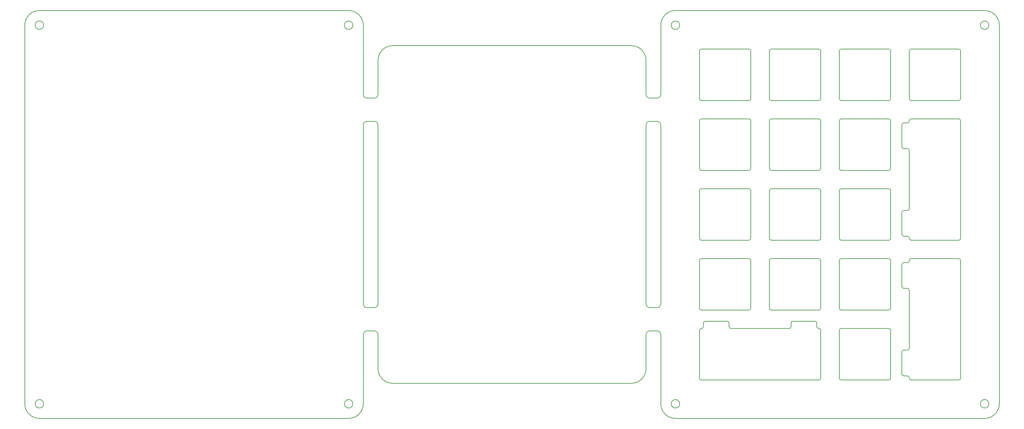
<source format=gm1>
G04 #@! TF.GenerationSoftware,KiCad,Pcbnew,(5.0.0)*
G04 #@! TF.CreationDate,2019-01-31T02:41:33-08:00*
G04 #@! TF.ProjectId,Soyuz,536F79757A2E6B696361645F70636200,rev?*
G04 #@! TF.SameCoordinates,Original*
G04 #@! TF.FileFunction,Profile,NP*
%FSLAX46Y46*%
G04 Gerber Fmt 4.6, Leading zero omitted, Abs format (unit mm)*
G04 Created by KiCad (PCBNEW (5.0.0)) date 01/31/19 02:41:33*
%MOMM*%
%LPD*%
G01*
G04 APERTURE LIST*
G04 #@! TA.AperFunction,NonConductor*
%ADD10C,0.200000*%
G04 #@! TD*
G04 APERTURE END LIST*
D10*
G04 #@! TO.C,O1*
X170839000Y-51675000D02*
G75*
G02X171339000Y-52175000I0J-500000D01*
G01*
X157339000Y-90275000D02*
G75*
G02X157839000Y-89775000I500000J0D01*
G01*
X119239000Y-33125000D02*
G75*
G02X119739000Y-32625000I500000J0D01*
G01*
X190389000Y-46125000D02*
X190389000Y-33125000D01*
X190389000Y-46125000D02*
G75*
G02X189889000Y-46625000I-500000J0D01*
G01*
X119239000Y-33125000D02*
X119239000Y-46125000D01*
X157839000Y-65675000D02*
G75*
G02X157339000Y-65175000I0J500000D01*
G01*
X170839000Y-89775000D02*
X157839000Y-89775000D01*
X176889000Y-46625000D02*
X189889000Y-46625000D01*
X176889000Y-46625000D02*
G75*
G02X176389000Y-46125000I0J500000D01*
G01*
X171339000Y-84225000D02*
X171339000Y-71225000D01*
X152289000Y-65175000D02*
G75*
G02X151789000Y-65675000I-500000J0D01*
G01*
X176389000Y-33125000D02*
G75*
G02X176889000Y-32625000I500000J0D01*
G01*
X171339000Y-84225000D02*
G75*
G02X170839000Y-84725000I-500000J0D01*
G01*
X157839000Y-84725000D02*
X170839000Y-84725000D01*
X157339000Y-71225000D02*
G75*
G02X157839000Y-70725000I500000J0D01*
G01*
X151789000Y-51675000D02*
X138789000Y-51675000D01*
X119739000Y-46625000D02*
X132739000Y-46625000D01*
X170839000Y-70725000D02*
G75*
G02X171339000Y-71225000I0J-500000D01*
G01*
X152289000Y-65175000D02*
X152289000Y-52175000D01*
X189889000Y-32625000D02*
G75*
G02X190389000Y-33125000I0J-500000D01*
G01*
X138289000Y-52175000D02*
G75*
G02X138789000Y-51675000I500000J0D01*
G01*
X138789000Y-65675000D02*
X151789000Y-65675000D01*
X138289000Y-52175000D02*
X138289000Y-65175000D01*
X170839000Y-89775000D02*
G75*
G02X171339000Y-90275000I0J-500000D01*
G01*
X132739000Y-32625000D02*
G75*
G02X133239000Y-33125000I0J-500000D01*
G01*
X157339000Y-71225000D02*
X157339000Y-84225000D01*
X133239000Y-46125000D02*
G75*
G02X132739000Y-46625000I-500000J0D01*
G01*
X176389000Y-33125000D02*
X176389000Y-46125000D01*
X157839000Y-65675000D02*
X170839000Y-65675000D01*
X151789000Y-51675000D02*
G75*
G02X152289000Y-52175000I0J-500000D01*
G01*
X132739000Y-32625000D02*
X119739000Y-32625000D01*
X170839000Y-108825000D02*
X157839000Y-108825000D01*
X171339000Y-103275000D02*
X171339000Y-90275000D01*
X171339000Y-65175000D02*
X171339000Y-52175000D01*
X171339000Y-103275000D02*
G75*
G02X170839000Y-103775000I-500000J0D01*
G01*
X189889000Y-32625000D02*
X176889000Y-32625000D01*
X170839000Y-70725000D02*
X157839000Y-70725000D01*
X138789000Y-65675000D02*
G75*
G02X138289000Y-65175000I0J500000D01*
G01*
X171339000Y-65175000D02*
G75*
G02X170839000Y-65675000I-500000J0D01*
G01*
X157839000Y-103775000D02*
X170839000Y-103775000D01*
X119739000Y-46625000D02*
G75*
G02X119239000Y-46125000I0J500000D01*
G01*
X133239000Y-46125000D02*
X133239000Y-33125000D01*
X157839000Y-84725000D02*
G75*
G02X157339000Y-84225000I0J500000D01*
G01*
X157839000Y-103775000D02*
G75*
G02X157339000Y-103275000I0J500000D01*
G01*
X157339000Y-90275000D02*
X157339000Y-103275000D01*
X138789000Y-46625000D02*
G75*
G02X138289000Y-46125000I0J500000D01*
G01*
X119239000Y-71225000D02*
G75*
G02X119739000Y-70725000I500000J0D01*
G01*
X151789000Y-70725000D02*
G75*
G02X152289000Y-71225000I0J-500000D01*
G01*
X152289000Y-84225000D02*
G75*
G02X151789000Y-84725000I-500000J0D01*
G01*
X138289000Y-71225000D02*
X138289000Y-84225000D01*
X170839000Y-108825000D02*
G75*
G02X171339000Y-109325000I0J-500000D01*
G01*
X138789000Y-84725000D02*
X151789000Y-84725000D01*
X138289000Y-33125000D02*
G75*
G02X138789000Y-32625000I500000J0D01*
G01*
X151789000Y-70725000D02*
X138789000Y-70725000D01*
X152289000Y-46125000D02*
X152289000Y-33125000D01*
X133239000Y-84225000D02*
X133239000Y-71225000D01*
X119739000Y-51675000D02*
X132739000Y-51675000D01*
X133239000Y-65175000D02*
G75*
G02X132739000Y-65675000I-500000J0D01*
G01*
X133239000Y-52175000D02*
X133239000Y-65175000D01*
X171339000Y-122325000D02*
G75*
G02X170839000Y-122825000I-500000J0D01*
G01*
X152289000Y-46125000D02*
G75*
G02X151789000Y-46625000I-500000J0D01*
G01*
X138789000Y-46625000D02*
X151789000Y-46625000D01*
X157839000Y-122825000D02*
X170839000Y-122825000D01*
X132739000Y-51675000D02*
G75*
G02X133239000Y-52175000I0J-500000D01*
G01*
X138289000Y-33125000D02*
X138289000Y-46125000D01*
X119739000Y-65675000D02*
G75*
G02X119239000Y-65175000I0J500000D01*
G01*
X157339000Y-109325000D02*
G75*
G02X157839000Y-108825000I500000J0D01*
G01*
X132739000Y-70725000D02*
G75*
G02X133239000Y-71225000I0J-500000D01*
G01*
X132739000Y-70725000D02*
X119739000Y-70725000D01*
X132739000Y-65675000D02*
X119739000Y-65675000D01*
X119239000Y-65175000D02*
X119239000Y-52175000D01*
X171339000Y-122325000D02*
X171339000Y-109325000D01*
X157339000Y-109325000D02*
X157339000Y-122325000D01*
X138789000Y-84725000D02*
G75*
G02X138289000Y-84225000I0J500000D01*
G01*
X151789000Y-32625000D02*
G75*
G02X152289000Y-33125000I0J-500000D01*
G01*
X119739000Y-84725000D02*
G75*
G02X119239000Y-84225000I0J500000D01*
G01*
X133239000Y-84225000D02*
G75*
G02X132739000Y-84725000I-500000J0D01*
G01*
X119239000Y-52175000D02*
G75*
G02X119739000Y-51675000I500000J0D01*
G01*
X119739000Y-84725000D02*
X132739000Y-84725000D01*
X157839000Y-122825000D02*
G75*
G02X157339000Y-122325000I0J500000D01*
G01*
X152289000Y-84225000D02*
X152289000Y-71225000D01*
X119239000Y-71225000D02*
X119239000Y-84225000D01*
X138289000Y-71225000D02*
G75*
G02X138789000Y-70725000I500000J0D01*
G01*
X151789000Y-32625000D02*
X138789000Y-32625000D01*
X189889000Y-89775000D02*
G75*
G02X190389000Y-90275000I0J-500000D01*
G01*
X190389000Y-122325000D02*
G75*
G02X189889000Y-122825000I-500000J0D01*
G01*
X127826000Y-108825000D02*
G75*
G02X127326000Y-108325000I0J500000D01*
G01*
X176389000Y-122238000D02*
X176389000Y-122325000D01*
X175889000Y-121738000D02*
G75*
G02X176389000Y-122238000I0J-500000D01*
G01*
X176889000Y-122825000D02*
G75*
G02X176389000Y-122325000I0J500000D01*
G01*
X176389000Y-90275000D02*
X176389000Y-90362000D01*
X176389000Y-90275000D02*
G75*
G02X176889000Y-89775000I500000J0D01*
G01*
X190389000Y-122325000D02*
X190389000Y-90275000D01*
X189889000Y-89775000D02*
X176889000Y-89775000D01*
X176889000Y-122825000D02*
X189889000Y-122825000D01*
X176389000Y-52262000D02*
G75*
G02X175889000Y-52762000I-500000J0D01*
G01*
X174889000Y-59762000D02*
G75*
G02X174389000Y-59262000I0J500000D01*
G01*
X174389000Y-53262000D02*
X174389000Y-59262000D01*
X174389000Y-53262000D02*
G75*
G02X174889000Y-52762000I500000J0D01*
G01*
X175889000Y-52762000D02*
X174889000Y-52762000D01*
X150702000Y-106825000D02*
G75*
G02X151202000Y-107325000I0J-500000D01*
G01*
X151789000Y-108825000D02*
X151702000Y-108825000D01*
X144202000Y-108325000D02*
G75*
G02X143702000Y-108825000I-500000J0D01*
G01*
X144202000Y-107325000D02*
X144202000Y-108325000D01*
X151702000Y-108825000D02*
G75*
G02X151202000Y-108325000I0J500000D01*
G01*
X152289000Y-122325000D02*
X152289000Y-109325000D01*
X144202000Y-107325000D02*
G75*
G02X144702000Y-106825000I500000J0D01*
G01*
X151202000Y-108325000D02*
X151202000Y-107325000D01*
X151789000Y-108825000D02*
G75*
G02X152289000Y-109325000I0J-500000D01*
G01*
X150702000Y-106825000D02*
X144702000Y-106825000D01*
X152289000Y-122325000D02*
G75*
G02X151789000Y-122825000I-500000J0D01*
G01*
X174889000Y-59762000D02*
X175889000Y-59762000D01*
X174889000Y-83638000D02*
X175889000Y-83638000D01*
X174889000Y-83638000D02*
G75*
G02X174389000Y-83138000I0J500000D01*
G01*
X176389000Y-76138000D02*
G75*
G02X175889000Y-76638000I-500000J0D01*
G01*
X174389000Y-77138000D02*
X174389000Y-83138000D01*
X176389000Y-60262000D02*
X176389000Y-76138000D01*
X176389000Y-84138000D02*
X176389000Y-84225000D01*
X175889000Y-83638000D02*
G75*
G02X176389000Y-84138000I0J-500000D01*
G01*
X174389000Y-77138000D02*
G75*
G02X174889000Y-76638000I500000J0D01*
G01*
X175889000Y-76638000D02*
X174889000Y-76638000D01*
X175889000Y-59762000D02*
G75*
G02X176389000Y-60262000I0J-500000D01*
G01*
X176889000Y-84725000D02*
G75*
G02X176389000Y-84225000I0J500000D01*
G01*
X190389000Y-84225000D02*
X190389000Y-52175000D01*
X190389000Y-84225000D02*
G75*
G02X189889000Y-84725000I-500000J0D01*
G01*
X176389000Y-52175000D02*
G75*
G02X176889000Y-51675000I500000J0D01*
G01*
X174389000Y-91362000D02*
G75*
G02X174889000Y-90862000I500000J0D01*
G01*
X175889000Y-90862000D02*
X174889000Y-90862000D01*
X176389000Y-90362000D02*
G75*
G02X175889000Y-90862000I-500000J0D01*
G01*
X176389000Y-52175000D02*
X176389000Y-52262000D01*
X189889000Y-51675000D02*
X176889000Y-51675000D01*
X189889000Y-51675000D02*
G75*
G02X190389000Y-52175000I0J-500000D01*
G01*
X176889000Y-84725000D02*
X189889000Y-84725000D01*
X126826000Y-106825000D02*
G75*
G02X127326000Y-107325000I0J-500000D01*
G01*
X120326000Y-107325000D02*
G75*
G02X120826000Y-106825000I500000J0D01*
G01*
X127326000Y-108325000D02*
X127326000Y-107325000D01*
X119239000Y-109325000D02*
G75*
G02X119739000Y-108825000I500000J0D01*
G01*
X119739000Y-122825000D02*
X151789000Y-122825000D01*
X119739000Y-122825000D02*
G75*
G02X119239000Y-122325000I0J500000D01*
G01*
X119239000Y-109325000D02*
X119239000Y-122325000D01*
X119826000Y-108825000D02*
X119739000Y-108825000D01*
X120326000Y-108325000D02*
G75*
G02X119826000Y-108825000I-500000J0D01*
G01*
X126826000Y-106825000D02*
X120826000Y-106825000D01*
X120326000Y-107325000D02*
X120326000Y-108325000D01*
X108714000Y-129350000D02*
X108714000Y-110475000D01*
X104714000Y-35687500D02*
X104714000Y-44975000D01*
X105714000Y-45975000D02*
G75*
G02X104714000Y-44975000I0J1000000D01*
G01*
X104714000Y-110475000D02*
G75*
G02X105714000Y-109475000I1000000J0D01*
G01*
X107714000Y-109475000D02*
G75*
G02X108714000Y-110475000I0J-1000000D01*
G01*
X108714000Y-44975000D02*
G75*
G02X107714000Y-45975000I-1000000J0D01*
G01*
X100714000Y-31687500D02*
G75*
G02X104714000Y-35687500I0J-4000000D01*
G01*
X196914000Y-22100000D02*
G75*
G02X200914000Y-26100000I0J-4000000D01*
G01*
X105714000Y-45975000D02*
X107714000Y-45975000D01*
X100714000Y-123762500D02*
X35689000Y-123762500D01*
X143702000Y-108825000D02*
X127826000Y-108825000D01*
X104714000Y-110475000D02*
X104714000Y-119762500D01*
X107714000Y-109475000D02*
X105714000Y-109475000D01*
X112714000Y-133350000D02*
G75*
G02X108714000Y-129350000I0J4000000D01*
G01*
X200914000Y-26100000D02*
X200914000Y-129350000D01*
X108714000Y-26100000D02*
G75*
G02X112714000Y-22100000I4000000J0D01*
G01*
X104714000Y-119762500D02*
G75*
G02X100714000Y-123762500I-4000000J0D01*
G01*
X196914000Y-133350000D02*
X112714000Y-133350000D01*
X108714000Y-44975000D02*
X108714000Y-26100000D01*
X112714000Y-22100000D02*
X196914000Y-22100000D01*
X200914000Y-129350000D02*
G75*
G02X196914000Y-133350000I-4000000J0D01*
G01*
X35689000Y-31687500D02*
X100714000Y-31687500D01*
X31689000Y-35687500D02*
G75*
G02X35689000Y-31687500I4000000J0D01*
G01*
X138789000Y-103775000D02*
G75*
G02X138289000Y-103275000I0J500000D01*
G01*
X138789000Y-103775000D02*
X151789000Y-103775000D01*
X133239000Y-103275000D02*
X133239000Y-90275000D01*
X157839000Y-46625000D02*
G75*
G02X157339000Y-46125000I0J500000D01*
G01*
X119739000Y-103775000D02*
X132739000Y-103775000D01*
X170839000Y-46625000D02*
X157839000Y-46625000D01*
X152289000Y-103275000D02*
G75*
G02X151789000Y-103775000I-500000J0D01*
G01*
X133239000Y-103275000D02*
G75*
G02X132739000Y-103775000I-500000J0D01*
G01*
X132739000Y-89775000D02*
X119739000Y-89775000D01*
X157339000Y-46125000D02*
X157339000Y-33125000D01*
X171339000Y-46125000D02*
G75*
G02X170839000Y-46625000I-500000J0D01*
G01*
X138289000Y-90275000D02*
X138289000Y-103275000D01*
X119239000Y-90275000D02*
X119239000Y-103275000D01*
X132739000Y-89775000D02*
G75*
G02X133239000Y-90275000I0J-500000D01*
G01*
X119239000Y-90275000D02*
G75*
G02X119739000Y-89775000I500000J0D01*
G01*
X157339000Y-52175000D02*
X157339000Y-65175000D01*
X138289000Y-90275000D02*
G75*
G02X138789000Y-89775000I500000J0D01*
G01*
X157339000Y-52175000D02*
G75*
G02X157839000Y-51675000I500000J0D01*
G01*
X151789000Y-89775000D02*
X138789000Y-89775000D01*
X170839000Y-51675000D02*
X157839000Y-51675000D01*
X151789000Y-89775000D02*
G75*
G02X152289000Y-90275000I0J-500000D01*
G01*
X152289000Y-103275000D02*
X152289000Y-90275000D01*
X119739000Y-103775000D02*
G75*
G02X119239000Y-103275000I0J500000D01*
G01*
X176389000Y-98362000D02*
X176389000Y-114238000D01*
X175889000Y-97862000D02*
G75*
G02X176389000Y-98362000I0J-500000D01*
G01*
X174389000Y-91362000D02*
X174389000Y-97362000D01*
X174889000Y-121738000D02*
X175889000Y-121738000D01*
X174889000Y-121738000D02*
G75*
G02X174389000Y-121238000I0J500000D01*
G01*
X174389000Y-115238000D02*
X174389000Y-121238000D01*
X174389000Y-115238000D02*
G75*
G02X174889000Y-114738000I500000J0D01*
G01*
X175889000Y-114738000D02*
X174889000Y-114738000D01*
X176389000Y-114238000D02*
G75*
G02X175889000Y-114738000I-500000J0D01*
G01*
X174889000Y-97862000D02*
X175889000Y-97862000D01*
X174889000Y-97862000D02*
G75*
G02X174389000Y-97362000I0J500000D01*
G01*
X35689000Y-123762500D02*
G75*
G02X31689000Y-119762500I0J4000000D01*
G01*
X31689000Y-119762500D02*
X31689000Y-110475000D01*
X31689000Y-44975000D02*
G75*
G02X30689000Y-45975000I-1000000J0D01*
G01*
X104714000Y-53325000D02*
X104714000Y-102125000D01*
X104714000Y-53325000D02*
G75*
G02X105714000Y-52325000I1000000J0D01*
G01*
X28689000Y-45975000D02*
G75*
G02X27689000Y-44975000I0J1000000D01*
G01*
X30689000Y-109475000D02*
G75*
G02X31689000Y-110475000I0J-1000000D01*
G01*
X27689000Y-26100000D02*
X27689000Y-44975000D01*
X-60511000Y-22100000D02*
X23689000Y-22100000D01*
X107714000Y-52325000D02*
X105714000Y-52325000D01*
X27689000Y-110475000D02*
X27689000Y-129350000D01*
X-64511000Y-129350000D02*
X-64511000Y-26100000D01*
X27689000Y-129350000D02*
G75*
G02X23689000Y-133350000I-4000000J0D01*
G01*
X30689000Y-109475000D02*
X28689000Y-109475000D01*
X23689000Y-133350000D02*
X-60511000Y-133350000D01*
X31689000Y-44975000D02*
X31689000Y-35687500D01*
X-60511000Y-133350000D02*
G75*
G02X-64511000Y-129350000I0J4000000D01*
G01*
X23689000Y-22100000D02*
G75*
G02X27689000Y-26100000I0J-4000000D01*
G01*
X28689000Y-45975000D02*
X30689000Y-45975000D01*
X107714000Y-52325000D02*
G75*
G02X108714000Y-53325000I0J-1000000D01*
G01*
X-64511000Y-26100000D02*
G75*
G02X-60511000Y-22100000I4000000J0D01*
G01*
X108714000Y-102125000D02*
X108714000Y-53325000D01*
X27689000Y-110475000D02*
G75*
G02X28689000Y-109475000I1000000J0D01*
G01*
X170839000Y-32625000D02*
G75*
G02X171339000Y-33125000I0J-500000D01*
G01*
X157839000Y-32625000D02*
X170839000Y-32625000D01*
X31689000Y-102125000D02*
X31689000Y-53325000D01*
X28689000Y-103125000D02*
X30689000Y-103125000D01*
X198064000Y-129350000D02*
G75*
G03X198064000Y-129350000I-1150000J0D01*
G01*
X157339000Y-33125000D02*
G75*
G02X157839000Y-32625000I500000J0D01*
G01*
X113864000Y-26100000D02*
G75*
G03X113864000Y-26100000I-1150000J0D01*
G01*
X24839000Y-129350000D02*
G75*
G03X24839000Y-129350000I-1150000J0D01*
G01*
X27689000Y-53325000D02*
G75*
G02X28689000Y-52325000I1000000J0D01*
G01*
X-59361000Y-26100000D02*
G75*
G03X-59361000Y-26100000I-1150000J0D01*
G01*
X27689000Y-53325000D02*
X27689000Y-102125000D01*
X24839000Y-26100000D02*
G75*
G03X24839000Y-26100000I-1150000J0D01*
G01*
X30689000Y-52325000D02*
X28689000Y-52325000D01*
X113864000Y-129350000D02*
G75*
G03X113864000Y-129350000I-1150000J0D01*
G01*
X198064000Y-26100000D02*
G75*
G03X198064000Y-26100000I-1150000J0D01*
G01*
X-59361000Y-129350000D02*
G75*
G03X-59361000Y-129350000I-1150000J0D01*
G01*
X30689000Y-52325000D02*
G75*
G02X31689000Y-53325000I0J-1000000D01*
G01*
X31689000Y-102125000D02*
G75*
G02X30689000Y-103125000I-1000000J0D01*
G01*
X105714000Y-103125000D02*
X107714000Y-103125000D01*
X108714000Y-102125000D02*
G75*
G02X107714000Y-103125000I-1000000J0D01*
G01*
X105714000Y-103125000D02*
G75*
G02X104714000Y-102125000I0J1000000D01*
G01*
X171339000Y-33125000D02*
X171339000Y-46125000D01*
X28689000Y-103125000D02*
G75*
G02X27689000Y-102125000I0J1000000D01*
G01*
G04 #@! TD*
M02*

</source>
